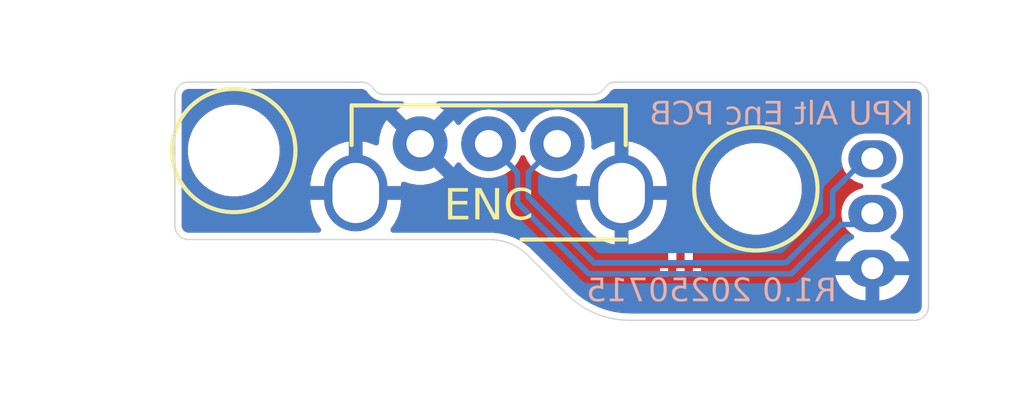
<source format=kicad_pcb>
(kicad_pcb (version 20240108) (generator "pcbnew") (generator_version "8.0")
  (layers (0 "F.Cu" signal) (31 "B.Cu" signal) (34 "B.Paste" user) (35 "F.Paste" user) (36 "B.SilkS" user "B.Silkscreen") (37 "F.SilkS" user "F.Silkscreen") (38 "B.Mask" user) (39 "F.Mask" user) (44 "Edge.Cuts" user))
  (net 0 "")
  (net 1 "NET-C")
  (net 2 "NET-A")
  (net 3 "NET-B")
  (footprint "locallib:PinHeader_1x03_P2.00mm_Vertical_Customized" (layer "F.Cu") (at 45.45 26.8 180)
    (property "Reference" "J1")
    (property "Value" "Conn_01x03")
    (pad "1" thru_hole oval (at 0 0 180) (size 1.75 1.35) (drill 0.8) (layers "*.Cu" "F.Mask") (net 2 "NET-A"))
    (pad "2" thru_hole oval (at 0 2 180) (size 1.75 1.35) (drill 0.8) (layers "*.Cu" "F.Mask") (net 3 "NET-B"))
    (pad "3" thru_hole oval (at 0 4 180) (size 1.75 1.35) (drill 0.8) (layers "*.Cu" "F.Mask") (net 1 "NET-C"))
  )
  (footprint "locallib:MountingHole_2.85mm" (layer "F.Cu") (at 22.15 22.5)
    (property "Reference" "REF**")
    (property "Value" "MountingHole_2.85mm")
    (pad "" np_thru_hole circle (at 0 0) (size 2.85 2.85) (drill 2.85) (layers "F&B.Cu" "*.Mask"))
  )
  (footprint "locallib:MountingHole_2.85mm" (layer "F.Cu") (at 41.2 23.9)
    (property "Reference" "REF**")
    (property "Value" "MountingHole_2.85mm")
    (pad "" np_thru_hole circle (at 0 0) (size 2.85 2.85) (drill 2.85) (layers "F&B.Cu" "*.Mask"))
  )
  (footprint "locallib:Encoder-EC10E-RevEngr" (layer "F.Cu") (at 31.45 22.25)
    (property "Reference" "J2")
    (property "Value" "Conn_01x04")
    (pad "1" thru_hole circle (at -2.5 0) (size 2 2) (drill 1) (layers "*.Cu" "B.Mask") (net 2 "NET-A"))
    (pad "2" thru_hole circle (at 0 0) (size 2 2) (drill 1) (layers "*.Cu" "B.Mask") (net 3 "NET-B"))
    (pad "3" thru_hole circle (at 2.5 0) (size 2 2) (drill 1) (layers "*.Cu" "B.Mask") (net 1 "NET-C"))
    (pad "4" thru_hole oval (at -4.85 1.8) (size 2.3 2.8) (drill oval 1.7 2.2) (layers "*.Cu" "*.Mask") (net 2 "NET-A"))
    (pad "4" thru_hole oval (at 4.85 1.8) (size 2.3 2.8) (drill oval 1.7 2.2) (layers "*.Cu" "*.Mask") (net 2 "NET-A"))
  )
  (gr_line (start 26.45 20.85) (end 26.45 22.3) (stroke (width 0.15)) (layer "F.SilkS"))
  (gr_circle (center 41.2 23.9) (end 43.45 23.9) (stroke (width 0.15)) (fill none) (layer "F.SilkS"))
  (gr_line (start 36.45 25.75) (end 32.65 25.75) (stroke (width 0.15)) (layer "F.SilkS"))
  (gr_line (start 36.45 20.85) (end 36.45 22.3) (stroke (width 0.15)) (layer "F.SilkS"))
  (gr_circle (center 22.15 22.5) (end 24.4 22.5) (stroke (width 0.15)) (fill none) (layer "F.SilkS"))
  (gr_line (start 26.45 20.85) (end 36.45 20.85) (stroke (width 0.15)) (layer "F.SilkS"))
  (gr_line (start 47 20) (end 36.085165 20) (stroke (width 0.05)) (layer "Edge.Cuts"))
  (gr_line (start 20.5 25.75) (end 31.475379 25.75) (stroke (width 0.05)) (layer "Edge.Cuts"))
  (gr_line (start 32.889592 26.335786) (end 34.301903 27.748097) (stroke (width 0.05)) (layer "Edge.Cuts"))
  (gr_arc (start 47 20) (mid 47.353553 20.146447) (end 47.5 20.5) (stroke (width 0.05)) (layer "Edge.Cuts"))
  (gr_arc (start 36.6 28.7) (mid 35.356279 28.452608) (end 34.301903 27.748097) (stroke (width 0.05)) (layer "Edge.Cuts"))
  (gr_arc (start 35.667582 20.225) (mid 35.487171 20.39017) (end 35.25 20.45) (stroke (width 0.05)) (layer "Edge.Cuts"))
  (gr_line (start 26.814835 20) (end 20.5 20) (stroke (width 0.05)) (layer "Edge.Cuts"))
  (gr_arc (start 20.5 25.75) (mid 20.146447 25.603553) (end 20 25.25) (stroke (width 0.05)) (layer "Edge.Cuts"))
  (gr_arc (start 35.667582 20.225) (mid 35.847994 20.05983) (end 36.085165 20) (stroke (width 0.05)) (layer "Edge.Cuts"))
  (gr_arc (start 20 20.5) (mid 20.146447 20.146447) (end 20.5 20) (stroke (width 0.05)) (layer "Edge.Cuts"))
  (gr_line (start 47.5 28.2) (end 47.5 20.5) (stroke (width 0.05)) (layer "Edge.Cuts"))
  (gr_line (start 35.25 20.45) (end 27.65 20.45) (stroke (width 0.05)) (layer "Edge.Cuts"))
  (gr_arc (start 27.65 20.45) (mid 27.412829 20.39017) (end 27.232418 20.225) (stroke (width 0.05)) (layer "Edge.Cuts"))
  (gr_arc (start 26.814835 20) (mid 27.052006 20.05983) (end 27.232418 20.225) (stroke (width 0.05)) (layer "Edge.Cuts"))
  (gr_line (start 36.6 28.7) (end 47 28.7) (stroke (width 0.05)) (layer "Edge.Cuts"))
  (gr_line (start 20 20.5) (end 20 25.25) (stroke (width 0.05)) (layer "Edge.Cuts"))
  (gr_arc (start 47.5 28.2) (mid 47.353553 28.553553) (end 47 28.7) (stroke (width 0.05)) (layer "Edge.Cuts"))
  (gr_arc (start 31.475379 25.75) (mid 32.240746 25.902241) (end 32.889592 26.335786) (stroke (width 0.05)) (layer "Edge.Cuts"))
  (gr_text "R1.0 20250715" (at 44.15 28.15 0) (layer "B.SilkS") (effects (font (size 0.85 0.85) (thickness 0.125)) (justify left bottom mirror)))
  (gr_text "KPU Alt Enc PCB" (at 46.95 20.7 0) (layer "B.SilkS") (effects (font (size 0.85 0.85) (thickness 0.125)) (justify left top mirror)))
  (gr_text "ENC" (at 31.45 24.55 0) (layer "F.SilkS") (effects (font (size 1.125 1.125) (thickness 0.125))))
  (segment (start 45.2 22.8) (end 45.45 22.8) (width 0.2) (layer "B.Cu") (net 1))
  (segment (start 33.95 22.25) (end 32.9 23.3) (width 0.2) (layer "B.Cu") (net 1))
  (segment (start 44 24) (end 45.2 22.8) (width 0.2) (layer "B.Cu") (net 1))
  (segment (start 35.3 26.6) (end 42.3 26.6) (width 0.2) (layer "B.Cu") (net 1))
  (segment (start 32.9 24.2) (end 35.3 26.6) (width 0.2) (layer "B.Cu") (net 1))
  (segment (start 44 24.9) (end 44 24) (width 0.2) (layer "B.Cu") (net 1))
  (segment (start 32.9 23.3) (end 32.9 24.2) (width 0.2) (layer "B.Cu") (net 1))
  (segment (start 42.3 26.6) (end 44 24.9) (width 0.2) (layer "B.Cu") (net 1))
  (segment (start 45.45 24.8) (end 45.05 25.2) (width 0.2) (layer "B.Cu") (net 3))
  (segment (start 35.1 27) (end 32.5 24.4) (width 0.2) (layer "B.Cu") (net 3))
  (segment (start 45.05 25.2) (end 44.3 25.2) (width 0.2) (layer "B.Cu") (net 3))
  (segment (start 32.5 24.4) (end 32.5 23.3) (width 0.2) (layer "B.Cu") (net 3))
  (segment (start 42.5 27) (end 35.1 27) (width 0.2) (layer "B.Cu") (net 3))
  (segment (start 32.5 23.3) (end 31.45 22.25) (width 0.2) (layer "B.Cu") (net 3))
  (segment (start 44.3 25.2) (end 42.5 27) (width 0.2) (layer "B.Cu") (net 3))
  (zone (net 0) (net_name "") (layer "F.Cu") (connect_pads (clearance 0)) (min_thickness 0.25)
    (keepout (tracks allowed) (vias allowed) (pads allowed) (copperpour not_allowed) (footprints allowed))
    (fill (thermal_gap 0.5) (thermal_bridge_width 0.5))
    (polygon (pts (xy 38.6 26.5) (xy 38.6 26.2) (xy 38.9 26.2) (xy 38.9 26.5)))
  )
  (zone (net 0) (net_name "") (layer "F.Cu") (connect_pads (clearance 0)) (min_thickness 0.25)
    (keepout (tracks allowed) (vias allowed) (pads allowed) (copperpour not_allowed) (footprints allowed))
    (fill (thermal_gap 0.5) (thermal_bridge_width 0.5))
    (polygon (pts (xy 38.9 27.1) (xy 38.9 26.8) (xy 39.2 26.8) (xy 39.2 27.1)))
  )
  (zone (net 0) (net_name "") (layer "F.Cu") (connect_pads (clearance 0)) (min_thickness 0.25)
    (keepout (tracks allowed) (vias allowed) (pads allowed) (copperpour not_allowed) (footprints allowed))
    (fill (thermal_gap 0.5) (thermal_bridge_width 0.5))
    (polygon (pts (xy 38 26.5) (xy 38 26.2) (xy 38.3 26.2) (xy 38.3 26.5)))
  )
  (zone (net 0) (net_name "") (layer "F.Cu") (connect_pads (clearance 0)) (min_thickness 0.25)
    (keepout (tracks allowed) (vias allowed) (pads allowed) (copperpour not_allowed) (footprints allowed))
    (fill (thermal_gap 0.5) (thermal_bridge_width 0.5))
    (polygon (pts (xy 38.3 25.9) (xy 38.3 25.6) (xy 38.6 25.6) (xy 38.6 25.9)))
  )
  (zone (net 0) (net_name "") (layer "F.Cu") (connect_pads (clearance 0)) (min_thickness 0.25)
    (keepout (tracks allowed) (vias allowed) (pads allowed) (copperpour not_allowed) (footprints allowed))
    (fill (thermal_gap 0.5) (thermal_bridge_width 0.5))
    (polygon (pts (xy 37.7 27.1) (xy 37.7 26.8) (xy 38 26.8) (xy 38 27.1)))
  )
  (zone (net 0) (net_name "") (layer "F.Cu") (connect_pads (clearance 0)) (min_thickness 0.25)
    (keepout (tracks allowed) (vias allowed) (pads allowed) (copperpour not_allowed) (footprints allowed))
    (fill (thermal_gap 0.5) (thermal_bridge_width 0.5))
    (polygon (pts (xy 39.2 27.7) (xy 39.2 27.4) (xy 39.5 27.4) (xy 39.5 27.7)))
  )
  (zone (net 0) (net_name "") (layer "F.Cu") (connect_pads (clearance 0)) (min_thickness 0.25)
    (keepout (tracks allowed) (vias allowed) (pads allowed) (copperpour not_allowed) (footprints allowed))
    (fill (thermal_gap 0.5) (thermal_bridge_width 0.5))
    (polygon (pts (xy 38.3 27.1) (xy 38.3 26.8) (xy 38.6 26.8) (xy 38.6 27.1)))
  )
  (zone (net 0) (net_name "") (layer "F.Cu") (connect_pads (clearance 0)) (min_thickness 0.25)
    (keepout (tracks allowed) (vias allowed) (pads allowed) (copperpour not_allowed) (footprints allowed))
    (fill (thermal_gap 0.5) (thermal_bridge_width 0.5))
    (polygon (pts (xy 37.4 27.7) (xy 37.4 27.4) (xy 37.7 27.4) (xy 37.7 27.7)))
  )
  (zone (net 2) (net_name "NET-A") (layers "F.Cu" "B.Cu") (connect_pads (clearance 0.25)) (min_thickness 0.2) (fill yes (thermal_gap 0.5) (thermal_bridge_width 0.5))
    (polygon (pts (xy 17 17) (xy 51 17) (xy 51 32) (xy 17 32)))
  )
)
</source>
